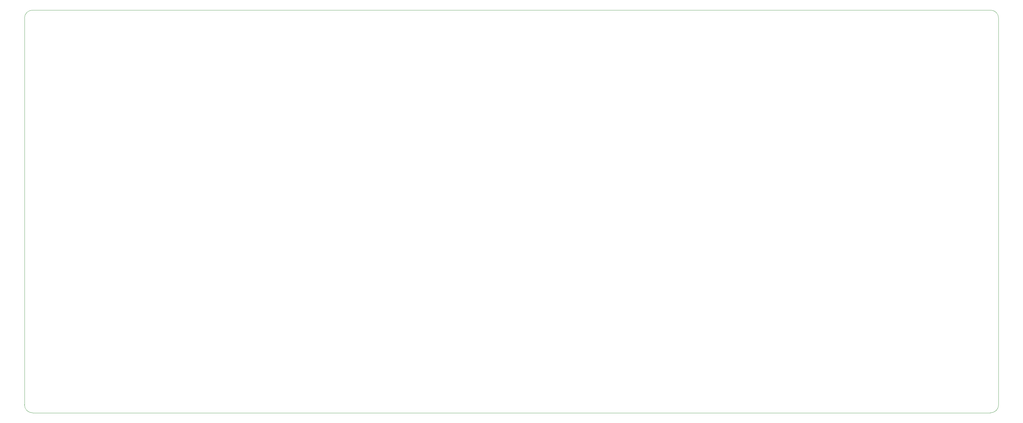
<source format=gbr>
%TF.GenerationSoftware,KiCad,Pcbnew,(5.1.9)-1*%
%TF.CreationDate,2021-08-25T16:21:07-05:00*%
%TF.ProjectId,Full_75,46756c6c-5f37-4352-9e6b-696361645f70,rev?*%
%TF.SameCoordinates,Original*%
%TF.FileFunction,Profile,NP*%
%FSLAX46Y46*%
G04 Gerber Fmt 4.6, Leading zero omitted, Abs format (unit mm)*
G04 Created by KiCad (PCBNEW (5.1.9)-1) date 2021-08-25 16:21:07*
%MOMM*%
%LPD*%
G01*
G04 APERTURE LIST*
%TA.AperFunction,Profile*%
%ADD10C,0.050000*%
%TD*%
G04 APERTURE END LIST*
D10*
X32541659Y-22223572D02*
X313511105Y-22223572D01*
X30160562Y-138103626D02*
X30160562Y-24604669D01*
X313511105Y-140484723D02*
X32541659Y-140484723D01*
X315892202Y-24604669D02*
X315892202Y-138103626D01*
X315892202Y-138103626D02*
G75*
G02*
X313511105Y-140484723I-2381097J0D01*
G01*
X32541659Y-140484723D02*
G75*
G02*
X30160562Y-138103626I0J2381097D01*
G01*
X30160562Y-24604669D02*
G75*
G02*
X32541659Y-22223572I2381097J0D01*
G01*
X313511105Y-22223572D02*
G75*
G02*
X315892202Y-24604669I0J-2381097D01*
G01*
M02*

</source>
